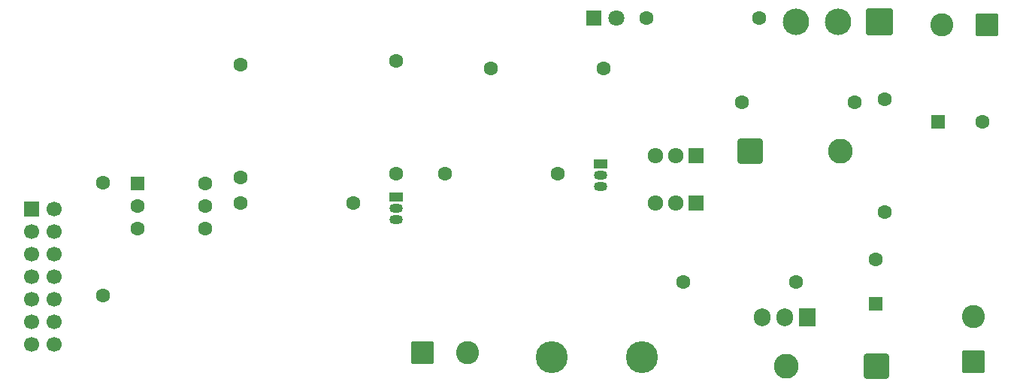
<source format=gbr>
%TF.GenerationSoftware,KiCad,Pcbnew,9.0.2*%
%TF.CreationDate,2025-06-10T15:27:33-03:00*%
%TF.ProjectId,proj3_potencia,70726f6a-335f-4706-9f74-656e6369612e,rev?*%
%TF.SameCoordinates,Original*%
%TF.FileFunction,Soldermask,Top*%
%TF.FilePolarity,Negative*%
%FSLAX46Y46*%
G04 Gerber Fmt 4.6, Leading zero omitted, Abs format (unit mm)*
G04 Created by KiCad (PCBNEW 9.0.2) date 2025-06-10 15:27:33*
%MOMM*%
%LPD*%
G01*
G04 APERTURE LIST*
G04 Aperture macros list*
%AMRoundRect*
0 Rectangle with rounded corners*
0 $1 Rounding radius*
0 $2 $3 $4 $5 $6 $7 $8 $9 X,Y pos of 4 corners*
0 Add a 4 corners polygon primitive as box body*
4,1,4,$2,$3,$4,$5,$6,$7,$8,$9,$2,$3,0*
0 Add four circle primitives for the rounded corners*
1,1,$1+$1,$2,$3*
1,1,$1+$1,$4,$5*
1,1,$1+$1,$6,$7*
1,1,$1+$1,$8,$9*
0 Add four rect primitives between the rounded corners*
20,1,$1+$1,$2,$3,$4,$5,0*
20,1,$1+$1,$4,$5,$6,$7,0*
20,1,$1+$1,$6,$7,$8,$9,0*
20,1,$1+$1,$8,$9,$2,$3,0*%
G04 Aperture macros list end*
%ADD10C,1.600000*%
%ADD11R,1.905000X2.000000*%
%ADD12O,1.905000X2.000000*%
%ADD13RoundRect,0.250000X0.550000X-0.550000X0.550000X0.550000X-0.550000X0.550000X-0.550000X-0.550000X0*%
%ADD14R,1.700000X1.700000*%
%ADD15C,1.700000*%
%ADD16R,1.710000X1.800000*%
%ADD17O,1.710000X1.800000*%
%ADD18RoundRect,0.250000X1.050000X-1.050000X1.050000X1.050000X-1.050000X1.050000X-1.050000X-1.050000X0*%
%ADD19C,2.600000*%
%ADD20R,1.800000X1.800000*%
%ADD21C,1.800000*%
%ADD22RoundRect,0.250001X1.149999X1.149999X-1.149999X1.149999X-1.149999X-1.149999X1.149999X-1.149999X0*%
%ADD23C,2.800000*%
%ADD24R,1.500000X1.050000*%
%ADD25O,1.500000X1.050000*%
%ADD26RoundRect,0.250000X-0.550000X-0.550000X0.550000X-0.550000X0.550000X0.550000X-0.550000X0.550000X0*%
%ADD27RoundRect,0.250001X-1.149999X-1.149999X1.149999X-1.149999X1.149999X1.149999X-1.149999X1.149999X0*%
%ADD28RoundRect,0.102000X-1.387500X1.387500X-1.387500X-1.387500X1.387500X-1.387500X1.387500X1.387500X0*%
%ADD29C,2.979000*%
%ADD30C,3.600000*%
%ADD31RoundRect,0.250000X1.050000X1.050000X-1.050000X1.050000X-1.050000X-1.050000X1.050000X-1.050000X0*%
%ADD32RoundRect,0.250000X-1.050000X-1.050000X1.050000X-1.050000X1.050000X1.050000X-1.050000X1.050000X0*%
G04 APERTURE END LIST*
D10*
%TO.C,R5*%
X115500000Y-79700000D03*
X115500000Y-67000000D03*
%TD*%
D11*
%TO.C,Q6*%
X179330000Y-95500000D03*
D12*
X176790000Y-95500000D03*
X174250000Y-95500000D03*
%TD*%
D13*
%TO.C,C2*%
X187000000Y-94000000D03*
D10*
X187000000Y-89000000D03*
%TD*%
%TO.C,R1*%
X115500000Y-82650000D03*
X128200000Y-82650000D03*
%TD*%
D14*
%TO.C,J5*%
X91960000Y-83260000D03*
D15*
X94500000Y-83260000D03*
X91960000Y-85800000D03*
X94500000Y-85800000D03*
X91960000Y-88340000D03*
X94500000Y-88340000D03*
X91960000Y-90880000D03*
X94500000Y-90880000D03*
X91960000Y-93420000D03*
X94500000Y-93420000D03*
X91960000Y-95960000D03*
X94500000Y-95960000D03*
X91960000Y-98500000D03*
X94500000Y-98500000D03*
%TD*%
D16*
%TO.C,Q3*%
X166750000Y-77250000D03*
D17*
X164470000Y-77250000D03*
X162190000Y-77250000D03*
%TD*%
D18*
%TO.C,J3*%
X198000000Y-100500000D03*
D19*
X198000000Y-95420000D03*
%TD*%
D20*
%TO.C,D2*%
X155230000Y-61750000D03*
D21*
X157770000Y-61750000D03*
%TD*%
D10*
%TO.C,R3*%
X138500000Y-79350000D03*
X151200000Y-79350000D03*
%TD*%
%TO.C,R8*%
X178000000Y-91500000D03*
X165300000Y-91500000D03*
%TD*%
D22*
%TO.C,D3*%
X187080000Y-101000000D03*
D23*
X176920000Y-101000000D03*
%TD*%
D10*
%TO.C,R11*%
X188000000Y-70900000D03*
X188000000Y-83600000D03*
%TD*%
D24*
%TO.C,Q1*%
X133000000Y-81960000D03*
D25*
X133000000Y-83230000D03*
X133000000Y-84500000D03*
%TD*%
D10*
%TO.C,R6*%
X100000000Y-93000000D03*
X100000000Y-80300000D03*
%TD*%
D16*
%TO.C,Q4*%
X166780000Y-82625000D03*
D17*
X164500000Y-82625000D03*
X162220000Y-82625000D03*
%TD*%
D26*
%TO.C,U3*%
X103880000Y-80420000D03*
D10*
X103880000Y-82960000D03*
X103880000Y-85500000D03*
X111500000Y-85500000D03*
X111500000Y-82960000D03*
X111500000Y-80420000D03*
%TD*%
%TO.C,R10*%
X184600000Y-71250000D03*
X171900000Y-71250000D03*
%TD*%
D27*
%TO.C,D1*%
X172840000Y-76750000D03*
D23*
X183000000Y-76750000D03*
%TD*%
D10*
%TO.C,R2*%
X133000000Y-66650000D03*
X133000000Y-79350000D03*
%TD*%
D28*
%TO.C,S1*%
X187450000Y-62250000D03*
D29*
X182750000Y-62250000D03*
X178050000Y-62250000D03*
%TD*%
D30*
%TO.C,L2*%
X150500000Y-100000000D03*
X160660000Y-100000000D03*
%TD*%
D26*
%TO.C,C1*%
X194000000Y-73500000D03*
D10*
X199000000Y-73500000D03*
%TD*%
D24*
%TO.C,Q2*%
X156000000Y-78230000D03*
D25*
X156000000Y-79500000D03*
X156000000Y-80770000D03*
%TD*%
D10*
%TO.C,R7*%
X161150000Y-61750000D03*
X173850000Y-61750000D03*
%TD*%
%TO.C,R4*%
X143650000Y-67500000D03*
X156350000Y-67500000D03*
%TD*%
D31*
%TO.C,J2*%
X199545000Y-62577500D03*
D19*
X194465000Y-62577500D03*
%TD*%
D32*
%TO.C,J1*%
X135920000Y-99500000D03*
D19*
X141000000Y-99500000D03*
%TD*%
M02*

</source>
